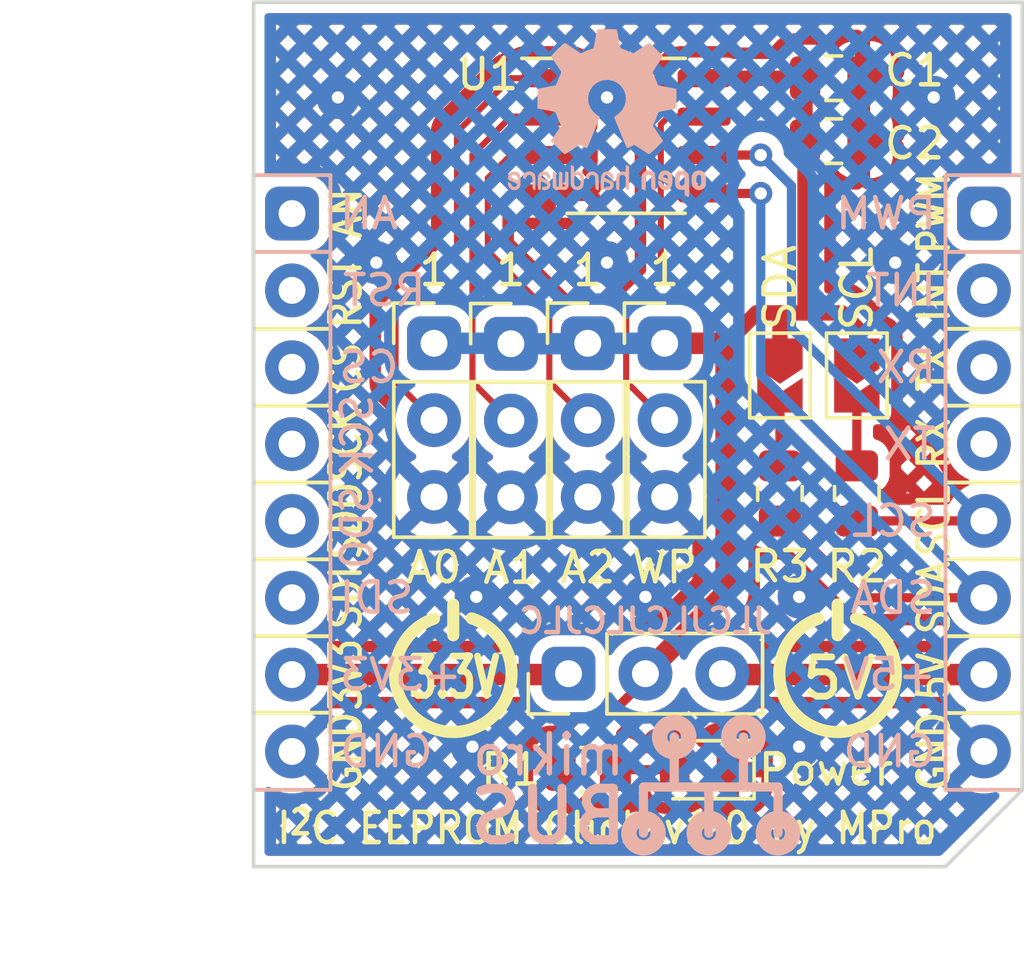
<source format=kicad_pcb>
(kicad_pcb (version 20241229) (generator "pcbnew") (generator_version "9.0")
  (title_block (title "I^{2}C EEPROM Click") (date "2023-10-03") (rev "1.0") (company "© 2023 MPro") (comment 1 "Designed by MPro") (comment 4 "Licensed under CERN-OHL-P v2 or any later version"))
  (layers (0 "F.Cu" signal) (2 "B.Cu" signal) (13 "F.Paste" user) (15 "B.Paste" user) (5 "F.SilkS" user "F.Silkscreen") (7 "B.SilkS" user "B.Silkscreen") (1 "F.Mask" user) (3 "B.Mask" user) (25 "Edge.Cuts" user))
  (net 0 "")
  (net 1 "VCC")
  (net 2 "GND")
  (net 3 "Net-(D1-A)")
  (net 10 "+3.3V")
  (net 11 "+5V")
  (net 12 "Net-(J1-SDA)")
  (net 13 "Net-(J1-SCL)")
  (net 18 "Net-(JP2-B)")
  (net 19 "Net-(JP3-B)")
  (net 20 "/A0")
  (net 21 "/A1")
  (net 22 "/A2")
  (net 23 "/WP")
  (footprint "footprints:C_0805_2012Metric" (layer "F.Cu") (at 114.173 52.07)
    (property "Reference" "C1" (at 2.667 -0.254 0) (layer "F.SilkS"))
    (property "Value" "100n" (hide yes))
    (pad "1" smd roundrect (at -0.95 0) (size 1 1.45) (layers "F.Cu" "F.Mask" "F.Paste") (net 1 "VCC"))
    (pad "2" smd roundrect (at 0.95 0) (size 1 1.45) (layers "F.Cu" "F.Mask" "F.Paste") (net 2 "GND"))
  )
  (footprint "footprints:mikroBUS_module_S" (layer "F.Cu") (at 96.2735 56.545)
    (property "Reference" "J1" (hide yes))
    (property "Value" "I^{2}C EEPROM Click v${REVISION} by MPro" (at 10.4065 20.32 0) (layer "F.SilkS") (effects (font (size 1 0.9))))
    (fp_line (start -1.27 -6.985) (end 24.13 -6.985) (stroke (width 0.12)) (layer "Edge.Cuts"))
    (fp_line (start -1.27 21.59) (end -1.27 -6.985) (stroke (width 0.12)) (layer "Edge.Cuts"))
    (fp_line (start 21.59 21.59) (end -1.27 21.59) (stroke (width 0.12)) (layer "Edge.Cuts"))
    (fp_line (start 21.59 21.59) (end 24.13 19.05) (stroke (width 0.12)) (layer "Edge.Cuts"))
    (fp_line (start 24.13 -6.985) (end 24.13 19.05) (stroke (width 0.12)) (layer "Edge.Cuts"))
    (fp_text user "3V3" (at 1.778 15.24 90) (layer "F.SilkS") (effects (font (size 1 0.85) (thickness 0.15) (bold yes))))
    (fp_text user "GND" (at 21.209 17.78 90) (layer "F.SilkS") (effects (font (size 1 0.85) (thickness 0.15) (bold yes))))
    (fp_text user "CS" (at 1.778 5.1 90) (layer "F.SilkS") (effects (font (size 1 0.85))))
    (fp_text user "5V" (at 21.209 15.3 90) (layer "F.SilkS") (effects (font (size 1 0.85) (thickness 0.15) (bold yes))))
    (fp_text user "PWM" (at 21.209 0 90) (layer "F.SilkS") (effects (font (size 1 0.8) (thickness 0.15) (bold yes))))
    (fp_text user "GND" (at 1.778 17.78 90) (layer "F.SilkS") (effects (font (size 1 0.85) (thickness 0.15) (bold yes))))
    (fp_text user "SCL" (at 21.209 10.16 90) (layer "F.SilkS") (effects (font (size 1 0.85) (thickness 0.15) (bold yes))))
    (fp_text user "AN" (at 1.778 0 90) (layer "F.SilkS") (effects (font (size 1 0.85))))
    (fp_text user "SDI" (at 1.778 12.7 90) (layer "F.SilkS") (effects (font (size 1 0.85) (thickness 0.15) (bold yes))))
    (fp_text user "RX" (at 21.209 7.6 90) (layer "F.SilkS") (effects (font (size 1 0.85) (thickness 0.15) (bold yes))))
    (fp_text user "INT" (at 21.209 2.6 90) (layer "F.SilkS") (effects (font (size 1 0.85) (thickness 0.15) (bold yes))))
    (fp_text user "SDA" (at 21.209 12.7 90) (layer "F.SilkS") (effects (font (size 1 0.85) (thickness 0.15) (bold yes))))
    (fp_text user "RST" (at 1.778 2.623639 90) (layer "F.SilkS") (effects (font (size 1 0.85))))
    (fp_text user "SCK" (at 1.778 7.62 90) (layer "F.SilkS") (effects (font (size 1 0.85))))
    (fp_text user "TX" (at 21.209 5.141427 90) (layer "F.SilkS") (effects (font (size 1 0.85) (thickness 0.15) (bold yes))))
    (fp_text user "SDO" (at 1.778 10.16 90) (layer "F.SilkS") (effects (font (size 1 0.85))))
    (fp_text user "SDI" (at 2.794 12.7 0) (layer "B.SilkS") (effects (justify mirror)))
    (fp_text user "+5V" (at 19.743847 15.24 0) (layer "B.SilkS") (effects (justify mirror)))
    (fp_text user "PWM" (at 19.6248 0 0) (layer "B.SilkS") (effects (justify mirror)))
    (fp_text user "INT" (at 20.1248 2.54 0) (layer "B.SilkS") (effects (justify mirror)))
    (fp_text user "SDA" (at 19.862895 12.7 0) (layer "B.SilkS") (effects (justify mirror)))
    (fp_text user "GND" (at 19.743847 17.78 0) (layer "B.SilkS") (effects (justify mirror)))
    (fp_text user "SDO" (at 2.1515 10.384 90) (layer "B.SilkS") (effects (font (size 1 0.9)) (justify mirror)))
    (fp_text user "TX" (at 20.410514 7.62 0) (layer "B.SilkS") (effects (justify mirror)))
    (fp_text user "GND" (at 3.119619 17.78 0) (layer "B.SilkS") (effects (justify mirror)))
    (fp_text user "RX" (at 20.291466 5.08 0) (layer "B.SilkS") (effects (justify mirror)))
    (fp_text user "RST" (at 3.048 2.54 0) (layer "B.SilkS") (effects (justify mirror)))
    (fp_text user "CS" (at 2.54 5.08 0) (layer "B.SilkS") (effects (justify mirror)))
    (fp_text user "SCK" (at 2.1515 7.336 90) (layer "B.SilkS") (effects (font (size 1 0.9)) (justify mirror)))
    (fp_text user "AN" (at 2.54 0 0) (layer "B.SilkS") (effects (justify mirror)))
    (fp_text user "+3V3" (at 3.59581 15.24 0) (layer "B.SilkS") (effects (justify mirror)))
    (fp_text user "SCL" (at 19.886704 10.16 0) (layer "B.SilkS") (effects (justify mirror)))
    (pad "P1" thru_hole roundrect (at 0 0) (size 1.778 1.778) (drill 0.889) (layers "*.Cu" "*.Mask"))
    (pad "P2" thru_hole circle (at 0 2.54) (size 1.778 1.778) (drill 0.889) (layers "*.Cu" "*.Mask"))
    (pad "P3" thru_hole circle (at 0 5.08) (size 1.778 1.778) (drill 0.889) (layers "*.Cu" "*.Mask"))
    (pad "P4" thru_hole circle (at 0 7.62) (size 1.778 1.778) (drill 0.889) (layers "*.Cu" "*.Mask"))
    (pad "P5" thru_hole circle (at 0 10.16) (size 1.778 1.778) (drill 0.889) (layers "*.Cu" "*.Mask"))
    (pad "P6" thru_hole circle (at 0 12.7) (size 1.778 1.778) (drill 0.889) (layers "*.Cu" "*.Mask"))
    (pad "P7" thru_hole circle (at 0 15.24) (size 1.778 1.778) (drill 0.889) (layers "*.Cu" "*.Mask") (net 10 "+3.3V"))
    (pad "P8" thru_hole circle (at 0 17.78) (size 1.778 1.778) (drill 0.889) (layers "*.Cu" "*.Mask") (net 2 "GND"))
    (pad "P9" thru_hole circle (at 22.86 17.78) (size 1.778 1.778) (drill 0.889) (layers "*.Cu" "*.Mask") (net 2 "GND"))
    (pad "P10" thru_hole circle (at 22.86 15.24) (size 1.778 1.778) (drill 0.889) (layers "*.Cu" "*.Mask") (net 11 "+5V"))
    (pad "P11" thru_hole circle (at 22.86 12.7) (size 1.778 1.778) (drill 0.889) (layers "*.Cu" "*.Mask") (net 12 "Net-(J1-SDA)"))
    (pad "P12" thru_hole circle (at 22.86 10.16) (size 1.778 1.778) (drill 0.889) (layers "*.Cu" "*.Mask") (net 13 "Net-(J1-SCL)"))
    (pad "P13" thru_hole circle (at 22.86 7.62) (size 1.778 1.778) (drill 0.889) (layers "*.Cu" "*.Mask"))
    (pad "P14" thru_hole circle (at 22.86 5.08) (size 1.778 1.778) (drill 0.889) (layers "*.Cu" "*.Mask"))
    (pad "P15" thru_hole circle (at 22.86 2.54) (size 1.778 1.778) (drill 0.889) (layers "*.Cu" "*.Mask"))
    (pad "P16" thru_hole roundrect (at 22.86 0) (size 1.778 1.778) (drill 0.889) (layers "*.Cu" "*.Mask"))
  )
  (footprint "footprints:C_0805_2012Metric" (layer "F.Cu") (at 114.173 54.15)
    (property "Reference" "C2" (at 2.667 0.079 0) (layer "F.SilkS"))
    (property "Value" "10u" (hide yes))
    (pad "1" smd roundrect (at -0.95 0) (size 1 1.45) (layers "F.Cu" "F.Mask" "F.Paste") (net 1 "VCC"))
    (pad "2" smd roundrect (at 0.95 0) (size 1 1.45) (layers "F.Cu" "F.Mask" "F.Paste") (net 2 "GND"))
  )
  (footprint "footprints:SolderJumper-2_P1.3mm_Open_TrianglePad1.0x1.5mm" (layer "F.Cu") (at 114.935 61.89775 -90)
    (property "Reference" "JP2" (hide yes))
    (property "Value" "SCL" (at -1.4 0 90) (layer "F.SilkS") (effects (justify left)))
    (pad "1" smd custom (at -0.725 0 270) (size 0.3 0.3) (layers "F.Cu" "F.Mask") (net 1 "VCC") (options (clearance outline) (anchor rect)) (primitives (gr_poly (pts (xy -0.5 -0.75) (xy 0.5 -0.75) (xy 1 0) (xy 0.5 0.75) (xy -0.5 0.75)) (width 0) (fill yes))))
    (pad "2" smd custom (at 0.725 0 270) (size 0.3 0.3) (layers "F.Cu" "F.Mask") (net 18 "Net-(JP2-B)") (options (clearance outline) (anchor rect)) (primitives (gr_poly (pts (xy -0.65 -0.75) (xy 0.5 -0.75) (xy 0.5 0.75) (xy -0.65 0.75) (xy -0.15 0)) (width 0) (fill yes))))
  )
  (footprint "footprints:PinHeader_1x03_P2.54mm_Vertical" (layer "F.Cu") (at 105.41 71.755 90)
    (property "Reference" "JP1" (hide yes))
    (property "Value" "PWR" (hide yes))
    (pad "1" thru_hole roundrect (at 0 0 90) (size 1.778 1.778) (drill 0.889) (layers "*.Cu" "*.Mask") (net 10 "+3.3V"))
    (pad "2" thru_hole circle (at 0 2.54 90) (size 1.778 1.778) (drill 0.889) (layers "*.Cu" "*.Mask") (net 1 "VCC"))
    (pad "3" thru_hole circle (at 0 5.08 90) (size 1.778 1.778) (drill 0.889) (layers "*.Cu" "*.Mask") (net 11 "+5V"))
  )
  (footprint "footprints:R_0805_2012Metric" (layer "F.Cu") (at 114.935 65.79775 -90)
    (property "Reference" "R2" (at 2.413 0 0) (layer "F.SilkS"))
    (property "Value" "2k2" (hide yes))
    (pad "1" smd roundrect (at -0.9125 0 270) (size 1.025 1.4) (layers "F.Cu" "F.Mask" "F.Paste") (roundrect_rratio 0.243902439) (net 18 "Net-(JP2-B)"))
    (pad "2" smd roundrect (at 0.9125 0 270) (size 1.025 1.4) (layers "F.Cu" "F.Mask" "F.Paste") (roundrect_rratio 0.243902439) (net 13 "Net-(J1-SCL)"))
  )
  (footprint "footprints:R_0805_2012Metric" (layer "F.Cu") (at 106.045 74.93)
    (property "Reference" "R1" (at -2.54 0 0) (layer "F.SilkS"))
    (property "Value" "2k2" (hide yes))
    (pad "1" smd roundrect (at -0.9125 0) (size 1.025 1.4) (layers "F.Cu" "F.Mask" "F.Paste") (roundrect_rratio 0.243902439) (net 1 "VCC"))
    (pad "2" smd roundrect (at 0.9125 0) (size 1.025 1.4) (layers "F.Cu" "F.Mask" "F.Paste") (roundrect_rratio 0.243902439) (net 3 "Net-(D1-A)"))
  )
  (footprint "footprints:PinHeader_1x03_P2.54mm_Vertical" (layer "F.Cu") (at 106.045 60.833)
    (property "Reference" "JP6" (hide yes))
    (property "Value" "A2" (at 0 7.41 0) (layer "F.SilkS"))
    (fp_text user "1" (at 0 -2.413 0) (layer "F.SilkS"))
    (pad "1" thru_hole roundrect (at 0 0) (size 1.778 1.778) (drill 0.889) (layers "*.Cu" "*.Mask") (net 1 "VCC"))
    (pad "2" thru_hole circle (at 0 2.54) (size 1.778 1.778) (drill 0.889) (layers "*.Cu" "*.Mask") (net 22 "/A2"))
    (pad "3" thru_hole circle (at 0 5.08) (size 1.778 1.778) (drill 0.889) (layers "*.Cu" "*.Mask") (net 2 "GND"))
  )
  (footprint "footprints:LED_0805_2012Metric" (layer "F.Cu") (at 109.855 74.93 180)
    (property "Reference" "D1" (hide yes))
    (property "Value" "Power" (at -4.064 0 0) (layer "F.SilkS"))
    (pad "1" smd roundrect (at -0.9375 0 180) (size 0.975 1.4) (layers "F.Cu" "F.Mask" "F.Paste") (net 2 "GND"))
    (pad "2" smd roundrect (at 0.9375 0 180) (size 0.975 1.4) (layers "F.Cu" "F.Mask" "F.Paste") (net 3 "Net-(D1-A)"))
  )
  (footprint "footprints:PinHeader_1x03_P2.54mm_Vertical" (layer "F.Cu") (at 108.585 60.833)
    (property "Reference" "JP7" (hide yes))
    (property "Value" "WP" (at 0 7.41 0) (layer "F.SilkS"))
    (fp_text user "1" (at 0 -2.413 0) (layer "F.SilkS"))
    (pad "1" thru_hole roundrect (at 0 0) (size 1.778 1.778) (drill 0.889) (layers "*.Cu" "*.Mask") (net 1 "VCC"))
    (pad "2" thru_hole circle (at 0 2.54) (size 1.778 1.778) (drill 0.889) (layers "*.Cu" "*.Mask") (net 23 "/WP"))
    (pad "3" thru_hole circle (at 0 5.08) (size 1.778 1.778) (drill 0.889) (layers "*.Cu" "*.Mask") (net 2 "GND"))
  )
  (footprint "footprints:PinHeader_1x03_P2.54mm_Vertical" (layer "F.Cu") (at 103.505 60.848)
    (property "Reference" "JP5" (hide yes))
    (property "Value" "A1" (at 0 7.41 0) (layer "F.SilkS"))
    (fp_text user "1" (at 0 -2.428 0) (layer "F.SilkS"))
    (pad "1" thru_hole roundrect (at 0 0) (size 1.778 1.778) (drill 0.889) (layers "*.Cu" "*.Mask") (net 1 "VCC"))
    (pad "2" thru_hole circle (at 0 2.54) (size 1.778 1.778) (drill 0.889) (layers "*.Cu" "*.Mask") (net 21 "/A1"))
    (pad "3" thru_hole circle (at 0 5.08) (size 1.778 1.778) (drill 0.889) (layers "*.Cu" "*.Mask") (net 2 "GND"))
  )
  (footprint "footprints:Logo_Power_3V3" (layer "F.Cu") (at 101.6 71.755)
    (property "Reference" "REF1" (hide yes))
    (property "Value" "LOGO" (hide yes))
    (fp_text user "3.3V" (at -1.5748 0.889 0) (layer "F.SilkS") (effects (font (size 1.3 0.9) (thickness 0.225) (bold yes)) (justify left bottom)))
  )
  (footprint "footprints:R_0805_2012Metric" (layer "F.Cu") (at 112.395 65.79775 -90)
    (property "Reference" "R3" (at 2.413 0 0) (layer "F.SilkS"))
    (property "Value" "2k2" (hide yes))
    (pad "1" smd roundrect (at -0.9125 0 270) (size 1.025 1.4) (layers "F.Cu" "F.Mask" "F.Paste") (roundrect_rratio 0.243902439) (net 19 "Net-(JP3-B)"))
    (pad "2" smd roundrect (at 0.9125 0 270) (size 1.025 1.4) (layers "F.Cu" "F.Mask" "F.Paste") (roundrect_rratio 0.243902439) (net 12 "Net-(J1-SDA)"))
  )
  (footprint "footprints:SolderJumper-2_P1.3mm_Open_TrianglePad1.0x1.5mm" (layer "F.Cu") (at 112.395 61.89775 -90)
    (property "Reference" "JP3" (hide yes))
    (property "Value" "SDA" (at -1.4 0 90) (layer "F.SilkS") (effects (justify left)))
    (pad "1" smd custom (at -0.725 0 270) (size 0.3 0.3) (layers "F.Cu" "F.Mask") (net 1 "VCC") (options (clearance outline) (anchor rect)) (primitives (gr_poly (pts (xy -0.5 -0.75) (xy 0.5 -0.75) (xy 1 0) (xy 0.5 0.75) (xy -0.5 0.75)) (width 0) (fill yes))))
    (pad "2" smd custom (at 0.725 0 270) (size 0.3 0.3) (layers "F.Cu" "F.Mask") (net 19 "Net-(JP3-B)") (options (clearance outline) (anchor rect)) (primitives (gr_poly (pts (xy -0.65 -0.75) (xy 0.5 -0.75) (xy 0.5 0.75) (xy -0.65 0.75) (xy -0.15 0)) (width 0) (fill yes))))
  )
  (footprint "footprints:SO-8_3.9x4.9mm_P1.27mm" (layer "F.Cu") (at 107.315 53.975)
    (property "Reference" "U1" (at -4.572 -2.032 0) (layer "F.SilkS"))
    (property "Value" "AT24C256" (hide yes))
    (pad "1" smd roundrect (at -2.575 -1.905) (size 1.75 0.6) (layers "F.Cu" "F.Mask" "F.Paste") (net 20 "/A0"))
    (pad "2" smd roundrect (at -2.575 -0.635) (size 1.75 0.6) (layers "F.Cu" "F.Mask" "F.Paste") (net 21 "/A1"))
    (pad "3" smd roundrect (at -2.575 0.635) (size 1.75 0.6) (layers "F.Cu" "F.Mask" "F.Paste") (net 22 "/A2"))
    (pad "4" smd roundrect (at -2.575 1.905) (size 1.75 0.6) (layers "F.Cu" "F.Mask" "F.Paste") (net 2 "GND"))
    (pad "5" smd roundrect (at 2.575 1.905) (size 1.75 0.6) (layers "F.Cu" "F.Mask" "F.Paste") (net 12 "Net-(J1-SDA)"))
    (pad "6" smd roundrect (at 2.575 0.635) (size 1.75 0.6) (layers "F.Cu" "F.Mask" "F.Paste") (net 13 "Net-(J1-SCL)"))
    (pad "7" smd roundrect (at 2.575 -0.635) (size 1.75 0.6) (layers "F.Cu" "F.Mask" "F.Paste") (net 23 "/WP"))
    (pad "8" smd roundrect (at 2.575 -1.905) (size 1.75 0.6) (layers "F.Cu" "F.Mask" "F.Paste") (net 1 "VCC"))
  )
  (footprint "footprints:PinHeader_1x03_P2.54mm_Vertical" (layer "F.Cu") (at 100.965 60.833)
    (property "Reference" "JP4" (hide yes))
    (property "Value" "A0" (at 0 7.41 0) (layer "F.SilkS"))
    (fp_text user "1" (at 0 -2.413 0) (layer "F.SilkS"))
    (pad "1" thru_hole roundrect (at 0 0) (size 1.778 1.778) (drill 0.889) (layers "*.Cu" "*.Mask") (net 1 "VCC"))
    (pad "2" thru_hole circle (at 0 2.54) (size 1.778 1.778) (drill 0.889) (layers "*.Cu" "*.Mask") (net 20 "/A0"))
    (pad "3" thru_hole circle (at 0 5.08) (size 1.778 1.778) (drill 0.889) (layers "*.Cu" "*.Mask") (net 2 "GND"))
  )
  (footprint "footprints:Logo_Power_5V" (layer "F.Cu") (at 114.3 71.755)
    (property "Reference" "REF2" (hide yes))
    (property "Value" "LOGO" (hide yes))
    (fp_text user "5V" (at -1.27 0.9144 0) (layer "F.SilkS") (effects (font (size 1.3 1.3) (thickness 0.225) (bold yes)) (justify left bottom)))
  )
  (footprint "footprints:mikroBUS_logo_text" (layer "B.Cu") (at 110.0805 76.9813 180)
    (property "Reference" "REF4" (hide yes))
    (property "Value" "mikroBUS_logo_text" (hide yes))
    (fp_text user "BUS" (at 5.334 0.508 0) (layer "B.SilkS") (effects (font (size 1.7 1.7) (thickness 0.3)) (justify mirror)))
    (fp_text user "mikro" (at 5.334 2.54 0) (layer "B.SilkS") (effects (font (size 1.3 1.2) (thickness 0.18)) (justify mirror)))
  )
  (footprint "footprints:OSHW-Logo2_7.3x6mm_SilkScreen" (layer "B.Cu") (at 106.68 53.213 180)
    (property "Reference" "LOGO1" (hide yes))
    (property "Value" "Logo_Open_Hardware_Small" (hide yes))
  )
  (gr_text "JLCJLCJLCJLC" (at 107.95 70.485 0) (layer "B.SilkS") (effects (font (size 0.81 0.81) (thickness 0.15) (bold yes)) (justify bottom mirror)))
  (segment (start 110.617 60.833) (end 108.585 60.833) (width 0.7112) (layer "F.Cu") (net 1))
  (segment (start 110.617 60.833) (end 111.62125 59.82875) (width 0.508) (layer "F.Cu") (net 1))
  (segment (start 114.43875 59.82875) (end 112.395 59.82875) (width 0.508) (layer "F.Cu") (net 1))
  (segment (start 109.89 52.07) (end 113.223 52.07) (width 0.508) (layer "F.Cu") (net 1))
  (segment (start 105.1325 74.93) (end 105.1325 74.763) (width 0.3048) (layer "F.Cu") (net 1))
  (segment (start 107.95 71.755) (end 110.617 69.088) (width 0.7112) (layer "F.Cu") (net 1))
  (segment (start 113.223 54.15) (end 113.223 52.07) (width 0.508) (layer "F.Cu") (net 1))
  (segment (start 105.1325 74.763) (end 107.95 71.9455) (width 0.3048) (layer "F.Cu") (net 1))
  (segment (start 114.935 61.17275) (end 114.935 60.325) (width 0.508) (layer "F.Cu") (net 1))
  (segment (start 114.935 60.325) (end 114.43875 59.82875) (width 0.508) (layer "F.Cu") (net 1))
  (segment (start 112.395 61.17275) (end 112.395 59.82875) (width 0.508) (layer "F.Cu") (net 1))
  (segment (start 107.95 71.9455) (end 107.95 71.755) (width 0.3048) (layer "F.Cu") (net 1))
  (segment (start 111.62125 59.82875) (end 112.395 59.82875) (width 0.508) (layer "F.Cu") (net 1))
  (segment (start 110.617 69.088) (end 110.617 60.833) (width 0.7112) (layer "F.Cu") (net 1))
  (segment (start 113.223 59.82875) (end 113.223 54.15) (width 0.508) (layer "F.Cu") (net 1))
  (segment (start 103.49 60.833) (end 103.505 60.848) (width 0.7112) (layer "B.Cu") (net 1))
  (segment (start 106.03 60.848) (end 106.045 60.833) (width 0.7112) (layer "B.Cu") (net 1))
  (segment (start 106.045 60.833) (end 108.585 60.833) (width 0.7112) (layer "B.Cu") (net 1))
  (segment (start 103.505 60.848) (end 106.03 60.848) (width 0.7112) (layer "B.Cu") (net 1))
  (segment (start 100.965 60.833) (end 103.49 60.833) (width 0.7112) (layer "B.Cu") (net 1))
  (via (at 102.362 69.215) (size 0.762) (drill 0.4064) (layers "F.Cu" "B.Cu") (net 2))
  (via (at 117.475 52.705) (size 0.762) (drill 0.4064) (layers "F.Cu" "B.Cu") (net 2))
  (via (at 107.95 69.215) (size 0.762) (drill 0.4064) (layers "F.Cu" "B.Cu") (net 2))
  (via (at 113.03 74.168) (size 0.762) (drill 0.4064) (layers "F.Cu" "B.Cu") (net 2))
  (via (at 106.68 58.166) (size 0.762) (drill 0.4064) (layers "F.Cu" "B.Cu") (net 2))
  (via (at 113.03 69.215) (size 0.762) (drill 0.4064) (layers "F.Cu" "B.Cu") (net 2))
  (via (at 99.06 58.166) (size 0.762) (drill 0.4064) (layers "F.Cu" "B.Cu") (net 2))
  (via (at 97.79 52.705) (size 0.762) (drill 0.4064) (layers "F.Cu" "B.Cu") (net 2))
  (via (at 102.235 74.168) (size 0.762) (drill 0.4064) (layers "F.Cu" "B.Cu") (net 2))
  (via (at 116.205 58.166) (size 0.762) (drill 0.4064) (layers "F.Cu" "B.Cu") (net 2))
  (via (at 106.68 52.705) (size 0.762) (drill 0.4064) (layers "F.Cu" "B.Cu") (net 2))
  (segment (start 106.9575 74.93) (end 108.9175 74.93) (width 0.3048) (layer "F.Cu") (net 3))
  (segment (start 105.38 71.785) (end 105.41 71.755) (width 0.7112) (layer "F.Cu") (net 10))
  (segment (start 96.2735 71.785) (end 105.38 71.785) (width 0.7112) (layer "F.Cu") (net 10))
  (segment (start 119.1335 71.785) (end 110.52 71.785) (width 0.7112) (layer "F.Cu") (net 11))
  (segment (start 110.52 71.785) (end 110.49 71.755) (width 0.7112) (layer "F.Cu") (net 11))
  (segment (start 119.1335 69.245) (end 115.092 69.245) (width 0.3048) (layer "F.Cu") (net 12))
  (segment (start 115.092 69.245) (end 112.55725 66.71025) (width 0.3048) (layer "F.Cu") (net 12))
  (segment (start 112.55725 66.71025) (end 112.395 66.71025) (width 0.3048) (layer "F.Cu") (net 12))
  (segment (start 111.76 55.88) (end 109.89 55.88) (width 0.3048) (layer "F.Cu") (net 12))
  (via (at 111.76 55.88) (size 0.762) (drill 0.4064) (layers "F.Cu" "B.Cu") (net 12))
  (segment (start 119.1335 69.245) (end 111.76 61.8715) (width 0.3048) (layer "B.Cu") (net 12))
  (segment (start 111.76 61.8715) (end 111.76 55.88) (width 0.3048) (layer "B.Cu") (net 12))
  (segment (start 114.94025 66.705) (end 114.935 66.71025) (width 0.3048) (layer "F.Cu") (net 13))
  (segment (start 111.76 54.61) (end 109.89 54.61) (width 0.3048) (layer "F.Cu") (net 13))
  (segment (start 119.1335 66.705) (end 114.94025 66.705) (width 0.3048) (layer "F.Cu") (net 13))
  (via (at 111.76 54.61) (size 0.762) (drill 0.4064) (layers "F.Cu" "B.Cu") (net 13))
  (segment (start 112.776 60.3475) (end 112.776 55.626) (width 0.3048) (layer "B.Cu") (net 13))
  (segment (start 119.1335 66.705) (end 112.776 60.3475) (width 0.3048) (layer "B.Cu") (net 13))
  (segment (start 112.776 55.626) (end 111.76 54.61) (width 0.3048) (layer "B.Cu") (net 13))
  (segment (start 114.935 64.88525) (end 114.935 62.62275) (width 0.3048) (layer "F.Cu") (net 18))
  (segment (start 112.395 64.88525) (end 112.395 62.62275) (width 0.3048) (layer "F.Cu") (net 19))
  (segment (start 101.727 57.785) (end 101.727 53.848) (width 0.2032) (layer "F.Cu") (net 20))
  (segment (start 103.505 52.07) (end 104.74 52.07) (width 0.2032) (layer "F.Cu") (net 20))
  (segment (start 100.965 63.373) (end 99.695 62.103) (width 0.2032) (layer "F.Cu") (net 20))
  (segment (start 101.727 53.848) (end 103.505 52.07) (width 0.2032) (layer "F.Cu") (net 20))
  (segment (start 99.695 59.817) (end 101.727 57.785) (width 0.2032) (layer "F.Cu") (net 20))
  (segment (start 99.695 62.103) (end 99.695 59.817) (width 0.2032) (layer "F.Cu") (net 20))
  (segment (start 102.235 54.61) (end 103.505 53.34) (width 0.2032) (layer "F.Cu") (net 21))
  (segment (start 103.505 63.388) (end 102.235 62.118) (width 0.2032) (layer "F.Cu") (net 21))
  (segment (start 103.505 53.34) (end 104.74 53.34) (width 0.2032) (layer "F.Cu") (net 21))
  (segment (start 102.235 62.118) (end 102.235 54.61) (width 0.2032) (layer "F.Cu") (net 21))
  (segment (start 102.743 55.372) (end 103.505 54.61) (width 0.2032) (layer "F.Cu") (net 22))
  (segment (start 106.045 63.373) (end 104.775 62.103) (width 0.2032) (layer "F.Cu") (net 22))
  (segment (start 103.505 54.61) (end 104.74 54.61) (width 0.2032) (layer "F.Cu") (net 22))
  (segment (start 104.775 59.817) (end 102.743 57.785) (width 0.2032) (layer "F.Cu") (net 22))
  (segment (start 104.775 62.103) (end 104.775 59.817) (width 0.2032) (layer "F.Cu") (net 22))
  (segment (start 102.743 57.785) (end 102.743 55.372) (width 0.2032) (layer "F.Cu") (net 22))
  (segment (start 107.315 62.103) (end 107.315 59.817) (width 0.2032) (layer "F.Cu") (net 23))
  (segment (start 108.712 53.34) (end 109.89 53.34) (width 0.2032) (layer "F.Cu") (net 23))
  (segment (start 108.585 63.373) (end 107.315 62.103) (width 0.2032) (layer "F.Cu") (net 23))
  (segment (start 108.458 58.674) (end 108.458 53.594) (width 0.2032) (layer "F.Cu") (net 23))
  (segment (start 107.315 59.817) (end 108.458 58.674) (width 0.2032) (layer "F.Cu") (net 23))
  (segment (start 108.458 53.594) (end 108.712 53.34) (width 0.2032) (layer "F.Cu") (net 23))
  (zone (net 2) (net_name "GND") (layers "F.Cu" "B.Cu") (connect_pads (clearance 0.381)) (min_thickness 0.25) (fill yes (mode hatch) (thermal_gap 0.5) (thermal_bridge_width 0.5) (hatch_thickness 0.381) (hatch_gap 0.381) (hatch_orientation 45) (hatch_border_algorithm hatch_thickness) (hatch_min_hole_area 0.3))
    (polygon (pts (xy 94.996 78.105) (xy 120.396 78.105) (xy 120.396 49.53) (xy 94.996 49.53)))
  )
)
</source>
